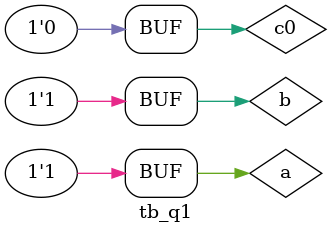
<source format=v>
`include "q1.v"
module tb_q1;
reg a,b,c0;

//always @(*)
q1 inst1(.a(a),.b(b),.c0(c0),.s(s),.c1(c1));
initial begin
    a=1;b=1;c0=0;
end
// initial begin
//     $display(c1,s);
// end
endmodule
</source>
